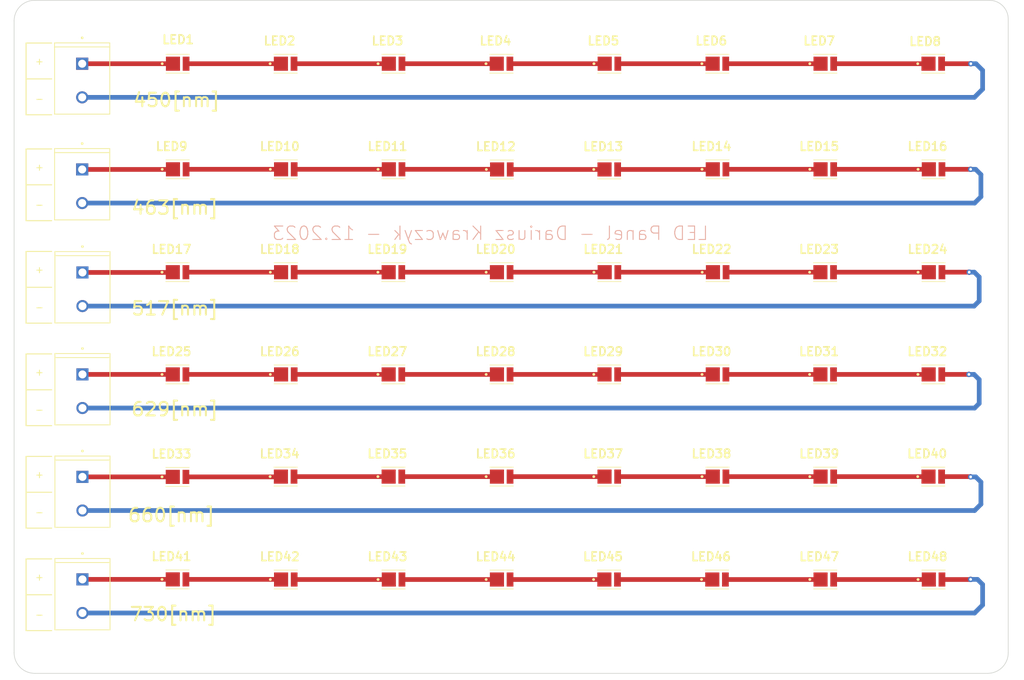
<source format=kicad_pcb>
(kicad_pcb (version 20221018) (generator pcbnew)
  (layers (0 "F.Cu" signal) (31 "B.Cu" power) (34 "B.Paste" user) (35 "F.Paste" user) (36 "B.SilkS" user "B.Silkscreen") (37 "F.SilkS" user "F.Silkscreen") (38 "B.Mask" user) (39 "F.Mask" user) (44 "Edge.Cuts" user))
  (net 0 "")
  (net 1 "LED_0 +")
  (net 2 "LED_0 -")
  (net 3 "Net-(LED1-K)")
  (net 4 "Net-(LED2-K)")
  (net 5 "Net-(LED3-K)")
  (net 6 "Net-(LED4-K)")
  (net 7 "Net-(LED5-K)")
  (net 8 "Net-(LED6-K)")
  (net 9 "Net-(LED7-K)")
  (net 10 "LED_1 +")
  (net 11 "LED_1 -")
  (net 12 "LED_2 +")
  (net 13 "LED_2 -")
  (net 14 "LED_3 +")
  (net 15 "LED_3 -")
  (net 16 "LED_4 +")
  (net 17 "LED_4 -")
  (net 18 "LED_5 +")
  (net 19 "LED_5 -")
  (net 20 "Net-(LED10-A)")
  (net 21 "Net-(LED10-K)")
  (net 22 "Net-(LED11-K)")
  (net 23 "Net-(LED12-K)")
  (net 24 "Net-(LED13-K)")
  (net 25 "Net-(LED14-K)")
  (net 26 "Net-(LED15-K)")
  (net 27 "Net-(LED17-K)")
  (net 28 "Net-(LED18-K)")
  (net 29 "Net-(LED19-K)")
  (net 30 "Net-(LED20-K)")
  (net 31 "Net-(LED21-K)")
  (net 32 "Net-(LED22-K)")
  (net 33 "Net-(LED23-K)")
  (net 34 "Net-(LED25-K)")
  (net 35 "Net-(LED26-K)")
  (net 36 "Net-(LED27-K)")
  (net 37 "Net-(LED28-K)")
  (net 38 "Net-(LED29-K)")
  (net 39 "Net-(LED30-K)")
  (net 40 "Net-(LED31-K)")
  (net 41 "Net-(LED33-K)")
  (net 42 "Net-(LED34-K)")
  (net 43 "Net-(LED35-K)")
  (net 44 "Net-(LED36-K)")
  (net 45 "Net-(LED37-K)")
  (net 46 "Net-(LED38-K)")
  (net 47 "Net-(LED39-K)")
  (net 48 "Net-(LED41-K)")
  (net 49 "Net-(LED42-K)")
  (net 50 "Net-(LED43-K)")
  (net 51 "Net-(LED44-K)")
  (net 52 "Net-(LED45-K)")
  (net 53 "Net-(LED46-K)")
  (net 54 "Net-(LED47-K)")
  (footprint "150283DS73103:150283DS73103" (layer "F.Cu") (at 114.975 76.2)
    (fp_text reference "LED28" (at -0.2 -3.4) (layer "F.SilkS") (effects (font (size 1.27 1.27) (thickness 0.254))))
    (fp_text value "150283DS73103" hide)
    (pad "1" smd rect (at 0 0) (size 2.1 2.1) (layers "F.Cu" "F.Paste" "F.Mask") (net 36 "Net-(LED27-K)"))
    (pad "2" smd rect (at 1.95 0) (size 1 2.1) (layers "F.Cu" "F.Paste" "F.Mask") (net 37 "Net-(LED28-K)"))
  )
  (footprint "150283DS73103:150283DS73103" (layer "F.Cu") (at 66.775 91.44)
    (fp_text reference "LED33" (at -0.2 -3.4) (layer "F.SilkS") (effects (font (size 1.27 1.27) (thickness 0.254))))
    (fp_text value "150283DS73103" hide)
    (pad "1" smd rect (at 0 0) (size 2.1 2.1) (layers "F.Cu" "F.Paste" "F.Mask") (net 16 "LED_4 +"))
    (pad "2" smd rect (at 1.95 0) (size 1 2.1) (layers "F.Cu" "F.Paste" "F.Mask") (net 41 "Net-(LED33-K)"))
  )
  (footprint "150283DS73103:150283DS73103" (layer "F.Cu") (at 66.775 61)
    (fp_text reference "LED17" (at -0.2 -3.4) (layer "F.SilkS") (effects (font (size 1.27 1.27) (thickness 0.254))))
    (fp_text value "150283DS73103" hide)
    (pad "1" smd rect (at 0 0) (size 2.1 2.1) (layers "F.Cu" "F.Paste" "F.Mask") (net 12 "LED_2 +"))
    (pad "2" smd rect (at 1.95 0) (size 1 2.1) (layers "F.Cu" "F.Paste" "F.Mask") (net 27 "Net-(LED17-K)"))
  )
  (footprint "150283DS73103:150283DS73103" (layer "F.Cu") (at 82.875 106.7)
    (fp_text reference "LED42" (at -0.2 -3.4) (layer "F.SilkS") (effects (font (size 1.27 1.27) (thickness 0.254))))
    (fp_text value "150283DS73103" hide)
    (pad "1" smd rect (at 0 0) (size 2.1 2.1) (layers "F.Cu" "F.Paste" "F.Mask") (net 48 "Net-(LED41-K)"))
    (pad "2" smd rect (at 1.95 0) (size 1 2.1) (layers "F.Cu" "F.Paste" "F.Mask") (net 49 "Net-(LED42-K)"))
  )
  (footprint "150283DS73103:150283DS73103" (layer "F.Cu") (at 82.875 76.2)
    (fp_text reference "LED26" (at -0.2 -3.4) (layer "F.SilkS") (effects (font (size 1.27 1.27) (thickness 0.254))))
    (fp_text value "150283DS73103" hide)
    (pad "1" smd rect (at 0 0) (size 2.1 2.1) (layers "F.Cu" "F.Paste" "F.Mask") (net 34 "Net-(LED25-K)"))
    (pad "2" smd rect (at 1.95 0) (size 1 2.1) (layers "F.Cu" "F.Paste" "F.Mask") (net 35 "Net-(LED26-K)"))
  )
  (footprint "282836_2:TE_282836-2" (layer "F.Cu") (at 53.3 32.5 -90)
    (fp_text reference "J1" hide)
    (fp_text value "282836-2")
    (pad "1" thru_hole rect (at -2.5 0 270) (size 1.8 1.8) (drill 1.2) (layers "*.Cu" "*.Mask") (net 1 "LED_0 +"))
    (pad "2" thru_hole circle (at 2.5 0 270) (size 1.8 1.8) (drill 1.2) (layers "*.Cu" "*.Mask") (net 2 "LED_0 -"))
  )
  (footprint "150283DS73103:150283DS73103" (layer "F.Cu") (at 179.2 61)
    (fp_text reference "LED24" (at -0.2 -3.4) (layer "F.SilkS") (effects (font (size 1.27 1.27) (thickness 0.254))))
    (fp_text value "150283DS73103" hide)
    (pad "1" smd rect (at 0 0) (size 2.1 2.1) (layers "F.Cu" "F.Paste" "F.Mask") (net 33 "Net-(LED23-K)"))
    (pad "2" smd rect (at 1.95 0) (size 1 2.1) (layers "F.Cu" "F.Paste" "F.Mask") (net 13 "LED_2 -"))
  )
  (footprint "150283DS73103:150283DS73103" (layer "F.Cu") (at 179.15 30)
    (fp_text reference "LED8" (at -0.5 -3.31) (layer "F.SilkS") (effects (font (size 1.27 1.27) (thickness 0.254))))
    (fp_text value "150283DS73103" hide)
    (pad "1" smd rect (at 0 0) (size 2.1 2.1) (layers "F.Cu" "F.Paste" "F.Mask") (net 9 "Net-(LED7-K)"))
    (pad "2" smd rect (at 1.95 0) (size 1 2.1) (layers "F.Cu" "F.Paste" "F.Mask") (net 2 "LED_0 -"))
  )
  (footprint "MountingHole:MountingHole_2.2mm_M2" (layer "F.Cu") (at 187.96 117.602)
    (fp_text reference "H3" hide)
    (fp_text value "MountingHole")
    (pad "" np_thru_hole circle (at 0 0) (size 2.2 2.2) (drill 2.2) (layers "*.Cu" "*.Mask"))
  )
  (footprint "150283DS73103:150283DS73103" (layer "F.Cu") (at 179.15 91.4)
    (fp_text reference "LED40" (at -0.2 -3.4) (layer "F.SilkS") (effects (font (size 1.27 1.27) (thickness 0.254))))
    (fp_text value "150283DS73103" hide)
    (pad "1" smd rect (at 0 0) (size 2.1 2.1) (layers "F.Cu" "F.Paste" "F.Mask") (net 47 "Net-(LED39-K)"))
    (pad "2" smd rect (at 1.95 0) (size 1 2.1) (layers "F.Cu" "F.Paste" "F.Mask") (net 17 "LED_4 -"))
  )
  (footprint "150283DS73103:150283DS73103" (layer "F.Cu") (at 114.975 61)
    (fp_text reference "LED20" (at -0.2 -3.4) (layer "F.SilkS") (effects (font (size 1.27 1.27) (thickness 0.254))))
    (fp_text value "150283DS73103" hide)
    (pad "1" smd rect (at 0 0) (size 2.1 2.1) (layers "F.Cu" "F.Paste" "F.Mask") (net 29 "Net-(LED19-K)"))
    (pad "2" smd rect (at 1.95 0) (size 1 2.1) (layers "F.Cu" "F.Paste" "F.Mask") (net 30 "Net-(LED20-K)"))
  )
  (footprint "150283DS73103:150283DS73103" (layer "F.Cu") (at 147.1 61)
    (fp_text reference "LED22" (at -0.2 -3.4) (layer "F.SilkS") (effects (font (size 1.27 1.27) (thickness 0.254))))
    (fp_text value "150283DS73103" hide)
    (pad "1" smd rect (at 0 0) (size 2.1 2.1) (layers "F.Cu" "F.Paste" "F.Mask") (net 31 "Net-(LED21-K)"))
    (pad "2" smd rect (at 1.95 0) (size 1 2.1) (layers "F.Cu" "F.Paste" "F.Mask") (net 32 "Net-(LED22-K)"))
  )
  (footprint "150283DS73103:150283DS73103" (layer "F.Cu") (at 98.875 91.4)
    (fp_text reference "LED35" (at -0.2 -3.4) (layer "F.SilkS") (effects (font (size 1.27 1.27) (thickness 0.254))))
    (fp_text value "150283DS73103" hide)
    (pad "1" smd rect (at 0 0) (size 2.1 2.1) (layers "F.Cu" "F.Paste" "F.Mask") (net 42 "Net-(LED34-K)"))
    (pad "2" smd rect (at 1.95 0) (size 1 2.1) (layers "F.Cu" "F.Paste" "F.Mask") (net 43 "Net-(LED35-K)"))
  )
  (footprint "150283DS73103:150283DS73103" (layer "F.Cu") (at 179.175 76.2)
    (fp_text reference "LED32" (at -0.2 -3.4) (layer "F.SilkS") (effects (font (size 1.27 1.27) (thickness 0.254))))
    (fp_text value "150283DS73103" hide)
    (pad "1" smd rect (at 0 0) (size 2.1 2.1) (layers "F.Cu" "F.Paste" "F.Mask") (net 40 "Net-(LED31-K)"))
    (pad "2" smd rect (at 1.95 0) (size 1 2.1) (layers "F.Cu" "F.Paste" "F.Mask") (net 15 "LED_3 -"))
  )
  (footprint "150283DS73103:150283DS73103" (layer "F.Cu") (at 147 106.7)
    (fp_text reference "LED46" (at -0.2 -3.4) (layer "F.SilkS") (effects (font (size 1.27 1.27) (thickness 0.254))))
    (fp_text value "150283DS73103" hide)
    (pad "1" smd rect (at 0 0) (size 2.1 2.1) (layers "F.Cu" "F.Paste" "F.Mask") (net 52 "Net-(LED45-K)"))
    (pad "2" smd rect (at 1.95 0) (size 1 2.1) (layers "F.Cu" "F.Paste" "F.Mask") (net 53 "Net-(LED46-K)"))
  )
  (footprint "282836_2:TE_282836-2" (layer "F.Cu") (at 53.34 93.94 -90)
    (fp_text reference "J5" hide)
    (fp_text value "282836-2")
    (pad "1" thru_hole rect (at -2.5 0 270) (size 1.8 1.8) (drill 1.2) (layers "*.Cu" "*.Mask") (net 16 "LED_4 +"))
    (pad "2" thru_hole circle (at 2.5 0 270) (size 1.8 1.8) (drill 1.2) (layers "*.Cu" "*.Mask") (net 17 "LED_4 -"))
  )
  (footprint "150283DS73103:150283DS73103" (layer "F.Cu") (at 163.1 45.7)
    (fp_text reference "LED15" (at -0.2 -3.4) (layer "F.SilkS") (effects (font (size 1.27 1.27) (thickness 0.254))))
    (fp_text value "150283DS73103" hide)
    (pad "1" smd rect (at 0 0) (size 2.1 2.1) (layers "F.Cu" "F.Paste" "F.Mask") (net 25 "Net-(LED14-K)"))
    (pad "2" smd rect (at 1.95 0) (size 1 2.1) (layers "F.Cu" "F.Paste" "F.Mask") (net 26 "Net-(LED15-K)"))
  )
  (footprint "282836_2:TE_282836-2" (layer "F.Cu") (at 53.34 63.54 -90)
    (fp_text reference "J3" hide)
    (fp_text value "282836-2")
    (pad "1" thru_hole rect (at -2.5 0 270) (size 1.8 1.8) (drill 1.2) (layers "*.Cu" "*.Mask") (net 12 "LED_2 +"))
    (pad "2" thru_hole circle (at 2.5 0 270) (size 1.8 1.8) (drill 1.2) (layers "*.Cu" "*.Mask") (net 13 "LED_2 -"))
  )
  (footprint "150283DS73103:150283DS73103" (layer "F.Cu") (at 66.775 76.2)
    (fp_text reference "LED25" (at -0.2 -3.4) (layer "F.SilkS") (effects (font (size 1.27 1.27) (thickness 0.254))))
    (fp_text value "150283DS73103" hide)
    (pad "1" smd rect (at 0 0) (size 2.1 2.1) (layers "F.Cu" "F.Paste" "F.Mask") (net 14 "LED_3 +"))
    (pad "2" smd rect (at 1.95 0) (size 1 2.1) (layers "F.Cu" "F.Paste" "F.Mask") (net 34 "Net-(LED25-K)"))
  )
  (footprint "150283DS73103:150283DS73103" (layer "F.Cu") (at 163.1 30)
    (fp_text reference "LED7" (at -0.2 -3.4) (layer "F.SilkS") (effects (font (size 1.27 1.27) (thickness 0.254))))
    (fp_text value "150283DS73103" hide)
    (pad "1" smd rect (at 0 0) (size 2.1 2.1) (layers "F.Cu" "F.Paste" "F.Mask") (net 8 "Net-(LED6-K)"))
    (pad "2" smd rect (at 1.95 0) (size 1 2.1) (layers "F.Cu" "F.Paste" "F.Mask") (net 9 "Net-(LED7-K)"))
  )
  (footprint "MountingHole:MountingHole_2.2mm_M2" (layer "F.Cu") (at 46.228 117.602)
    (fp_text reference "H4" hide)
    (fp_text value "MountingHole")
    (pad "" np_thru_hole circle (at 0 0) (size 2.2 2.2) (drill 2.2) (layers "*.Cu" "*.Mask"))
  )
  (footprint "150283DS73103:150283DS73103" (layer "F.Cu") (at 130.975 76.2)
    (fp_text reference "LED29" (at -0.2 -3.4) (layer "F.SilkS") (effects (font (size 1.27 1.27) (thickness 0.254))))
    (fp_text value "150283DS73103" hide)
    (pad "1" smd rect (at 0 0) (size 2.1 2.1) (layers "F.Cu" "F.Paste" "F.Mask") (net 37 "Net-(LED28-K)"))
    (pad "2" smd rect (at 1.95 0) (size 1 2.1) (layers "F.Cu" "F.Paste" "F.Mask") (net 38 "Net-(LED29-K)"))
  )
  (footprint "150283DS73103:150283DS73103" (layer "F.Cu") (at 163.1 91.4)
    (fp_text reference "LED39" (at -0.2 -3.4) (layer "F.SilkS") (effects (font (size 1.27 1.27) (thickness 0.254))))
    (fp_text value "150283DS73103" hide)
    (pad "1" smd rect (at 0 0) (size 2.1 2.1) (layers "F.Cu" "F.Paste" "F.Mask") (net 46 "Net-(LED38-K)"))
    (pad "2" smd rect (at 1.95 0) (size 1 2.1) (layers "F.Cu" "F.Paste" "F.Mask") (net 47 "Net-(LED39-K)"))
  )
  (footprint "150283DS73103:150283DS73103" (layer "F.Cu") (at 130.975 91.4)
    (fp_text reference "LED37" (at -0.2 -3.4) (layer "F.SilkS") (effects (font (size 1.27 1.27) (thickness 0.254))))
    (fp_text value "150283DS73103" hide)
    (pad "1" smd rect (at 0 0) (size 2.1 2.1) (layers "F.Cu" "F.Paste" "F.Mask") (net 44 "Net-(LED36-K)"))
    (pad "2" smd rect (at 1.95 0) (size 1 2.1) (layers "F.Cu" "F.Paste" "F.Mask") (net 45 "Net-(LED37-K)"))
  )
  (footprint "150283DS73103:150283DS73103" (layer "F.Cu") (at 131 30)
    (fp_text reference "LED5" (at -0.2 -3.4) (layer "F.SilkS") (effects (font (size 1.27 1.27) (thickness 0.254))))
    (fp_text value "150283DS73103" hide)
    (pad "1" smd rect (at 0 0) (size 2.1 2.1) (layers "F.Cu" "F.Paste" "F.Mask") (net 6 "Net-(LED4-K)"))
    (pad "2" smd rect (at 1.95 0) (size 1 2.1) (layers "F.Cu" "F.Paste" "F.Mask") (net 7 "Net-(LED5-K)"))
  )
  (footprint "150283DS73103:150283DS73103" (layer "F.Cu") (at 163.1 106.7)
    (fp_text reference "LED47" (at -0.2 -3.4) (layer "F.SilkS") (effects (font (size 1.27 1.27) (thickness 0.254))))
    (fp_text value "150283DS73103" hide)
    (pad "1" smd rect (at 0 0) (size 2.1 2.1) (layers "F.Cu" "F.Paste" "F.Mask") (net 53 "Net-(LED46-K)"))
    (pad "2" smd rect (at 1.95 0) (size 1 2.1) (layers "F.Cu" "F.Paste" "F.Mask") (net 54 "Net-(LED47-K)"))
  )
  (footprint "150283DS73103:150283DS73103" (layer "F.Cu") (at 114.975 106.7)
    (fp_text reference "LED44" (at -0.2 -3.4) (layer "F.SilkS") (effects (font (size 1.27 1.27) (thickness 0.254))))
    (fp_text value "150283DS73103" hide)
    (pad "1" smd rect (at 0 0) (size 2.1 2.1) (layers "F.Cu" "F.Paste" "F.Mask") (net 50 "Net-(LED43-K)"))
    (pad "2" smd rect (at 1.95 0) (size 1 2.1) (layers "F.Cu" "F.Paste" "F.Mask") (net 51 "Net-(LED44-K)"))
  )
  (footprint "150283DS73103:150283DS73103" (layer "F.Cu") (at 147.075 76.2)
    (fp_text reference "LED30" (at -0.2 -3.4) (layer "F.SilkS") (effects (font (size 1.27 1.27) (thickness 0.254))))
    (fp_text value "150283DS73103" hide)
    (pad "1" smd rect (at 0 0) (size 2.1 2.1) (layers "F.Cu" "F.Paste" "F.Mask") (net 38 "Net-(LED29-K)"))
    (pad "2" smd rect (at 1.95 0) (size 1 2.1) (layers "F.Cu" "F.Paste" "F.Mask") (net 39 "Net-(LED30-K)"))
  )
  (footprint "150283DS73103:150283DS73103" (layer "F.Cu") (at 179.2 45.7)
    (fp_text reference "LED16" (at -0.2 -3.4) (layer "F.SilkS") (effects (font (size 1.27 1.27) (thickness 0.254))))
    (fp_text value "150283DS73103" hide)
    (pad "1" smd rect (at 0 0) (size 2.1 2.1) (layers "F.Cu" "F.Paste" "F.Mask") (net 26 "Net-(LED15-K)"))
    (pad "2" smd rect (at 1.95 0) (size 1 2.1) (layers "F.Cu" "F.Paste" "F.Mask") (net 11 "LED_1 -"))
  )
  (footprint "150283DS73103:150283DS73103" (layer "F.Cu") (at 82.85 91.4)
    (fp_text reference "LED34" (at -0.2 -3.4) (layer "F.SilkS") (effects (font (size 1.27 1.27) (thickness 0.254))))
    (fp_text value "150283DS73103" hide)
    (pad "1" smd rect (at 0 0) (size 2.1 2.1) (layers "F.Cu" "F.Paste" "F.Mask") (net 41 "Net-(LED33-K)"))
    (pad "2" smd rect (at 1.95 0) (size 1 2.1) (layers "F.Cu" "F.Paste" "F.Mask") (net 42 "Net-(LED34-K)"))
  )
  (footprint "150283DS73103:150283DS73103" (layer "F.Cu") (at 66.8 45.7)
    (fp_text reference "LED9" (at -0.2 -3.4) (layer "F.SilkS") (effects (font (size 1.27 1.27) (thickness 0.254))))
    (fp_text value "150283DS73103" hide)
    (pad "1" smd rect (at 0 0) (size 2.1 2.1) (layers "F.Cu" "F.Paste" "F.Mask") (net 10 "LED_1 +"))
    (pad "2" smd rect (at 1.95 0) (size 1 2.1) (layers "F.Cu" "F.Paste" "F.Mask") (net 20 "Net-(LED10-A)"))
  )
  (footprint "150283DS73103:150283DS73103" (layer "F.Cu") (at 98.875 76.2)
    (fp_text reference "LED27" (at -0.2 -3.4) (layer "F.SilkS") (effects (font (size 1.27 1.27) (thickness 0.254))))
    (fp_text value "150283DS73103" hide)
    (pad "1" smd rect (at 0 0) (size 2.1 2.1) (layers "F.Cu" "F.Paste" "F.Mask") (net 35 "Net-(LED26-K)"))
    (pad "2" smd rect (at 1.95 0) (size 1 2.1) (layers "F.Cu" "F.Paste" "F.Mask") (net 36 "Net-(LED27-K)"))
  )
  (footprint "150283DS73103:150283DS73103" (layer "F.Cu") (at 131 61)
    (fp_text reference "LED21" (at -0.2 -3.4) (layer "F.SilkS") (effects (font (size 1.27 1.27) (thickness 0.254))))
    (fp_text value "150283DS73103" hide)
    (pad "1" smd rect (at 0 0) (size 2.1 2.1) (layers "F.Cu" "F.Paste" "F.Mask") (net 30 "Net-(LED20-K)"))
    (pad "2" smd rect (at 1.95 0) (size 1 2.1) (layers "F.Cu" "F.Paste" "F.Mask") (net 31 "Net-(LED21-K)"))
  )
  (footprint "150283DS73103:150283DS73103" (layer "F.Cu") (at 147.075 91.4)
    (fp_text reference "LED38" (at -0.2 -3.4) (layer "F.SilkS") (effects (font (size 1.27 1.27) (thickness 0.254))))
    (fp_text value "150283DS73103" hide)
    (pad "1" smd rect (at 0 0) (size 2.1 2.1) (layers "F.Cu" "F.Paste" "F.Mask") (net 45 "Net-(LED37-K)"))
    (pad "2" smd rect (at 1.95 0) (size 1 2.1) (layers "F.Cu" "F.Paste" "F.Mask") (net 46 "Net-(LED38-K)"))
  )
  (footprint "150283DS73103:150283DS73103" (layer "F.Cu") (at 163.075 76.2)
    (fp_text reference "LED31" (at -0.2 -3.4) (layer "F.SilkS") (effects (font (size 1.27 1.27) (thickness 0.254))))
    (fp_text value "150283DS73103" hide)
    (pad "1" smd rect (at 0 0) (size 2.1 2.1) (layers "F.Cu" "F.Paste" "F.Mask") (net 39 "Net-(LED30-K)"))
    (pad "2" smd rect (at 1.95 0) (size 1 2.1) (layers "F.Cu" "F.Paste" "F.Mask") (net 40 "Net-(LED31-K)"))
  )
  (footprint "150283DS73103:150283DS73103" (layer "F.Cu") (at 147.075 45.7)
    (fp_text reference "LED14" (at -0.2 -3.4) (layer "F.SilkS") (effects (font (size 1.27 1.27) (thickness 0.254))))
    (fp_text value "150283DS73103" hide)
    (pad "1" smd rect (at 0 0) (size 2.1 2.1) (layers "F.Cu" "F.Paste" "F.Mask") (net 24 "Net-(LED13-K)"))
    (pad "2" smd rect (at 1.95 0) (size 1 2.1) (layers "F.Cu" "F.Paste" "F.Mask") (net 25 "Net-(LED14-K)"))
  )
  (footprint "150283DS73103:150283DS73103" (layer "F.Cu") (at 130.95 106.7)
    (fp_text reference "LED45" (at -0.2 -3.4) (layer "F.SilkS") (effects (font (size 1.27 1.27) (thickness 0.254))))
    (fp_text value "150283DS73103" hide)
    (pad "1" smd rect (at 0 0) (size 2.1 2.1) (layers "F.Cu" "F.Paste" "F.Mask") (net 51 "Net-(LED44-K)"))
    (pad "2" smd rect (at 1.95 0) (size 1 2.1) (layers "F.Cu" "F.Paste" "F.Mask") (net 52 "Net-(LED45-K)"))
  )
  (footprint "MountingHole:MountingHole_2.2mm_M2" (layer "F.Cu") (at 46.228 23.622)
    (fp_text reference "H1" hide)
    (fp_text value "MountingHole")
    (pad "" np_thru_hole circle (at 0 0) (size 2.2 2.2) (drill 2.2) (layers "*.Cu" "*.Mask"))
  )
  (footprint "282836_2:TE_282836-2" (layer "F.Cu") (at 53.34 109.18 -90)
    (fp_text reference "J6" hide)
    (fp_text value "282836-2")
    (pad "1" thru_hole rect (at -2.5 0 270) (size 1.8 1.8) (drill 1.2) (layers "*.Cu" "*.Mask") (net 18 "LED_5 +"))
    (pad "2" thru_hole circle (at 2.5 0 270) (size 1.8 1.8) (drill 1.2) (layers "*.Cu" "*.Mask") (net 19 "LED_5 -"))
  )
  (footprint "150283DS73103:150283DS73103" (layer "F.Cu") (at 98.9 106.7)
    (fp_text reference "LED43" (at -0.2 -3.4) (layer "F.SilkS") (effects (font (size 1.27 1.27) (thickness 0.254))))
    (fp_text value "150283DS73103" hide)
    (pad "1" smd rect (at 0 0) (size 2.1 2.1) (layers "F.Cu" "F.Paste" "F.Mask") (net 49 "Net-(LED42-K)"))
    (pad "2" smd rect (at 1.95 0) (size 1 2.1) (layers "F.Cu" "F.Paste" "F.Mask") (net 50 "Net-(LED43-K)"))
  )
  (footprint "150283DS73103:150283DS73103" (layer "F.Cu") (at 114.975 91.4)
    (fp_text reference "LED36" (at -0.2 -3.4) (layer "F.SilkS") (effects (font (size 1.27 1.27) (thickness 0.254))))
    (fp_text value "150283DS73103" hide)
    (pad "1" smd rect (at 0 0) (size 2.1 2.1) (layers "F.Cu" "F.Paste" "F.Mask") (net 43 "Net-(LED35-K)"))
    (pad "2" smd rect (at 1.95 0) (size 1 2.1) (layers "F.Cu" "F.Paste" "F.Mask") (net 44 "Net-(LED36-K)"))
  )
  (footprint "150283DS73103:150283DS73103" (layer "F.Cu") (at 130.975 45.72)
    (fp_text reference "LED13" (at -0.2 -3.4) (layer "F.SilkS") (effects (font (size 1.27 1.27) (thickness 0.254))))
    (fp_text value "150283DS73103" hide)
    (pad "1" smd rect (at 0 0) (size 2.1 2.1) (layers "F.Cu" "F.Paste" "F.Mask") (net 23 "Net-(LED12-K)"))
    (pad "2" smd rect (at 1.95 0) (size 1 2.1) (layers "F.Cu" "F.Paste" "F.Mask") (net 24 "Net-(LED13-K)"))
  )
  (footprint "150283DS73103:150283DS73103" (layer "F.Cu") (at 82.875 45.7)
    (fp_text reference "LED10" (at -0.2 -3.4) (layer "F.SilkS") (effects (font (size 1.27 1.27) (thickness 0.254))))
    (fp_text value "150283DS73103" hide)
    (pad "1" smd rect (at 0 0) (size 2.1 2.1) (layers "F.Cu" "F.Paste" "F.Mask") (net 20 "Net-(LED10-A)"))
    (pad "2" smd rect (at 1.95 0) (size 1 2.1) (layers "F.Cu" "F.Paste" "F.Mask") (net 21 "Net-(LED10-K)"))
  )
  (footprint "MountingHole:MountingHole_2.2mm_M2" (layer "F.Cu") (at 188.214 23.368)
    (fp_text reference "H2" hide)
    (fp_text value "MountingHole")
    (pad "" np_thru_hole circle (at 0 0) (size 2.2 2.2) (drill 2.2) (layers "*.Cu" "*.Mask"))
  )
  (footprint "282836_2:TE_282836-2" (layer "F.Cu") (at 53.34 78.7 -90)
    (fp_text reference "J4" hide)
    (fp_text value "282836-2")
    (pad "1" thru_hole rect (at -2.5 0 270) (size 1.8 1.8) (drill 1.2) (layers "*.Cu" "*.Mask") (net 14 "LED_3 +"))
    (pad "2" thru_hole circle (at 2.5 0 270) (size 1.8 1.8) (drill 1.2) (layers "*.Cu" "*.Mask") (net 15 "LED_3 -"))
  )
  (footprint "150283DS73103:150283DS73103" (layer "F.Cu") (at 98.9 45.7)
    (fp_text reference "LED11" (at -0.2 -3.4) (layer "F.SilkS") (effects (font (size 1.27 1.27) (thickness 0.254))))
    (fp_text value "150283DS73103" hide)
    (pad "1" smd rect (at 0 0) (size 2.1 2.1) (layers "F.Cu" "F.Paste" "F.Mask") (net 21 "Net-(LED10-K)"))
    (pad "2" smd rect (at 1.95 0) (size 1 2.1) (layers "F.Cu" "F.Paste" "F.Mask") (net 22 "Net-(LED11-K)"))
  )
  (footprint "150283DS73103:150283DS73103" (layer "F.Cu") (at 115 45.72)
    (fp_text reference "LED12" (at -0.2 -3.4) (layer "F.SilkS") (effects (font (size 1.27 1.27) (thickness 0.254))))
    (fp_text value "150283DS73103" hide)
    (pad "1" smd rect (at 0 0) (size 2.1 2.1) (layers "F.Cu" "F.Paste" "F.Mask") (net 22 "Net-(LED11-K)"))
    (pad "2" smd rect (at 1.95 0) (size 1 2.1) (layers "F.Cu" "F.Paste" "F.Mask") (net 23 "Net-(LED12-K)"))
  )
  (footprint "150283DS73103:150283DS73103" (layer "F.Cu") (at 98.9 30)
    (fp_text reference "LED3" (at -0.2 -3.4) (layer "F.SilkS") (effects (font (size 1.27 1.27) (thickness 0.254))))
    (fp_text value "150283DS73103" hide)
    (pad "1" smd rect (at 0 0) (size 2.1 2.1) (layers "F.Cu" "F.Paste" "F.Mask") (net 4 "Net-(LED2-K)"))
    (pad "2" smd rect (at 1.95 0) (size 1 2.1) (layers "F.Cu" "F.Paste" "F.Mask") (net 5 "Net-(LED3-K)"))
  )
  (footprint "282836_2:TE_282836-2" (layer "F.Cu") (at 53.3 48.22 -90)
    (fp_text reference "J2" hide)
    (fp_text value "282836-2")
    (pad "1" thru_hole rect (at -2.5 0 270) (size 1.8 1.8) (drill 1.2) (layers "*.Cu" "*.Mask") (net 10 "LED_1 +"))
    (pad "2" thru_hole circle (at 2.5 0 270) (size 1.8 1.8) (drill 1.2) (layers "*.Cu" "*.Mask") (net 11 "LED_1 -"))
  )
  (footprint "150283DS73103:150283DS73103" (layer "F.Cu") (at 147.05 30)
    (fp_text reference "LED6" (at -0.2 -3.4) (layer "F.SilkS") (effects (font (size 1.27 1.27) (thickness 0.254))))
    (fp_text value "150283DS73103" hide)
    (pad "1" smd rect (at 0 0) (size 2.1 2.1) (layers "F.Cu" "F.Paste" "F.Mask") (net 7 "Net-(LED5-K)"))
    (pad "2" smd rect (at 1.95 0) (size 1 2.1) (layers "F.Cu" "F.Paste" "F.Mask") (net 8 "Net-(LED6-K)"))
  )
  (footprint "150283DS73103:150283DS73103" (layer "F.Cu") (at 66.8 30)
    (fp_text reference "LED1" (at 0.764 -3.584) (layer "F.SilkS") (effects (font (size 1.27 1.27) (thickness 0.254))))
    (fp_text value "150283DS73103" hide)
    (pad "1" smd rect (at 0 0) (size 2.1 2.1) (layers "F.Cu" "F.Paste" "F.Mask") (net 1 "LED_0 +"))
    (pad "2" smd rect (at 1.95 0) (size 1 2.1) (layers "F.Cu" "F.Paste" "F.Mask") (net 3 "Net-(LED1-K)"))
  )
  (footprint "150283DS73103:150283DS73103" (layer "F.Cu") (at 66.775 106.68)
    (fp_text reference "LED41" (at -0.2 -3.4) (layer "F.SilkS") (effects (font (size 1.27 1.27) (thickness 0.254))))
    (fp_text value "150283DS73103" hide)
    (pad "1" smd rect (at 0 0) (size 2.1 2.1) (layers "F.Cu" "F.Paste" "F.Mask") (net 18 "LED_5 +"))
    (pad "2" smd rect (at 1.95 0) (size 1 2.1) (layers "F.Cu" "F.Paste" "F.Mask") (net 48 "Net-(LED41-K)"))
  )
  (footprint "150283DS73103:150283DS73103" (layer "F.Cu") (at 114.95 30)
    (fp_text reference "LED4" (at -0.2 -3.4) (layer "F.SilkS") (effects (font (size 1.27 1.27) (thickness 0.254))))
    (fp_text value "150283DS73103" hide)
    (pad "1" smd rect (at 0 0) (size 2.1 2.1) (layers "F.Cu" "F.Paste" "F.Mask") (net 5 "Net-(LED3-K)"))
    (pad "2" smd rect (at 1.95 0) (size 1 2.1) (layers "F.Cu" "F.Paste" "F.Mask") (net 6 "Net-(LED4-K)"))
  )
  (footprint "150283DS73103:150283DS73103" (layer "F.Cu") (at 163.075 61)
    (fp_text reference "LED23" (at -0.2 -3.4) (layer "F.SilkS") (effects (font (size 1.27 1.27) (thickness 0.254))))
    (fp_text value "150283DS73103" hide)
    (pad "1" smd rect (at 0 0) (size 2.1 2.1) (layers "F.Cu" "F.Paste" "F.Mask") (net 32 "Net-(LED22-K)"))
    (pad "2" smd rect (at 1.95 0) (size 1 2.1) (layers "F.Cu" "F.Paste" "F.Mask") (net 33 "Net-(LED23-K)"))
  )
  (footprint "150283DS73103:150283DS73103" (layer "F.Cu") (at 98.875 61)
    (fp_text reference "LED19" (at -0.2 -3.4) (layer "F.SilkS") (effects (font (size 1.27 1.27) (thickness 0.254))))
    (fp_text value "150283DS73103" hide)
    (pad "1" smd rect (at 0 0) (size 2.1 2.1) (layers "F.Cu" "F.Paste" "F.Mask") (net 28 "Net-(LED18-K)"))
    (pad "2" smd rect (at 1.95 0) (size 1 2.1) (layers "F.Cu" "F.Paste" "F.Mask") (net 29 "Net-(LED19-K)"))
  )
  (footprint "150283DS73103:150283DS73103" (layer "F.Cu") (at 179.2 106.7)
    (fp_text reference "LED48" (at -0.2 -3.4) (layer "F.SilkS") (effects (font (size 1.27 1.27) (thickness 0.254))))
    (fp_text value "150283DS73103" hide)
    (pad "1" smd rect (at 0 0) (size 2.1 2.1) (layers "F.Cu" "F.Paste" "F.Mask") (net 54 "Net-(LED47-K)"))
    (pad "2" smd rect (at 1.95 0) (size 1 2.1) (layers "F.Cu" "F.Paste" "F.Mask") (net 19 "LED_5 -"))
  )
  (footprint "150283DS73103:150283DS73103" (layer "F.Cu") (at 82.875 61)
    (fp_text reference "LED18" (at -0.2 -3.4) (layer "F.SilkS") (effects (font (size 1.27 1.27) (thickness 0.254))))
    (fp_text value "150283DS73103" hide)
    (pad "1" smd rect (at 0 0) (size 2.1 2.1) (layers "F.Cu" "F.Paste" "F.Mask") (net 27 "Net-(LED17-K)"))
    (pad "2" smd rect (at 1.95 0) (size 1 2.1) (layers "F.Cu" "F.Paste" "F.Mask") (net 28 "Net-(LED18-K)"))
  )
  (footprint "150283DS73103:150283DS73103" (layer "F.Cu") (at 82.85 30)
    (fp_text reference "LED2" (at -0.2 -3.4) (layer "F.SilkS") (effects (font (size 1.27 1.27) (thickness 0.254))))
    (fp_text value "150283DS73103" hide)
    (pad "1" smd rect (at 0 0) (size 2.1 2.1) (layers "F.Cu" "F.Paste" "F.Mask") (net 3 "Net-(LED1-K)"))
    (pad "2" smd rect (at 1.95 0) (size 1 2.1) (layers "F.Cu" "F.Paste" "F.Mask") (net 4 "Net-(LED2-K)"))
  )
  (gr_line (start 48.768 83.82) (end 44.958 83.82) (stroke (width 0.15)) (layer "F.SilkS"))
  (gr_line (start 48.768 68.58) (end 44.958 68.58) (stroke (width 0.15)) (layer "F.SilkS"))
  (gr_line (start 44.958 68.58) (end 44.958 57.912) (stroke (width 0.15)) (layer "F.SilkS"))
  (gr_line (start 44.958 32.258) (end 48.768 32.258) (stroke (width 0.15)) (layer "F.SilkS"))
  (gr_line (start 44.958 48.006) (end 48.768 48.006) (stroke (width 0.15)) (layer "F.SilkS"))
  (gr_line (start 44.958 26.924) (end 48.768 26.924) (stroke (width 0.15)) (layer "F.SilkS"))
  (gr_line (start 48.768 114.3) (end 44.958 114.3) (stroke (width 0.15)) (layer "F.SilkS"))
  (gr_line (start 44.958 53.34) (end 44.958 42.672) (stroke (width 0.15)) (layer "F.SilkS"))
  (gr_line (start 44.958 114.3) (end 44.958 103.632) (stroke (width 0.15)) (layer "F.SilkS"))
  (gr_line (start 44.958 103.632) (end 48.768 103.632) (stroke (width 0.15)) (layer "F.SilkS"))
  (gr_line (start 44.958 42.672) (end 48.768 42.672) (stroke (width 0.15)) (layer "F.SilkS"))
  (gr_line (start 44.958 108.966) (end 48.768 108.966) (stroke (width 0.15)) (layer "F.SilkS"))
  (gr_line (start 44.958 37.592) (end 44.958 26.924) (stroke (width 0.15)) (layer "F.SilkS"))
  (gr_line (start 44.958 78.486) (end 48.768 78.486) (stroke (width 0.15)) (layer "F.SilkS"))
  (gr_line (start 44.958 99.06) (end 44.958 88.392) (stroke (width 0.15)) (layer "F.SilkS"))
  (gr_line (start 48.768 99.06) (end 44.958 99.06) (stroke (width 0.15)) (layer "F.SilkS"))
  (gr_line (start 48.768 53.34) (end 44.958 53.34) (stroke (width 0.15)) (layer "F.SilkS"))
  (gr_line (start 44.958 73.152) (end 48.768 73.152) (stroke (width 0.15)) (layer "F.SilkS"))
  (gr_line (start 44.958 83.82) (end 44.958 73.152) (stroke (width 0.15)) (layer "F.SilkS"))
  (gr_line (start 44.958 93.726) (end 48.768 93.726) (stroke (width 0.15)) (layer "F.SilkS"))
  (gr_line (start 44.958 88.392) (end 48.768 88.392) (stroke (width 0.15)) (layer "F.SilkS"))
  (gr_line (start 48.768 37.592) (end 44.958 37.592) (stroke (width 0.15)) (layer "F.SilkS"))
  (gr_line (start 44.958 57.912) (end 48.768 57.912) (stroke (width 0.15)) (layer "F.SilkS"))
  (gr_line (start 44.958 63.246) (end 48.768 63.246) (stroke (width 0.15)) (layer "F.SilkS"))
  (gr_line (start 43.18 117.602) (end 43.18 23.622) (stroke (width 0.1)) (layer "Edge.Cuts"))
  (gr_arc (start 43.18 23.622) (mid 44.072739 21.466739) (end 46.228 20.574) (stroke (width 0.1)) (layer "Edge.Cuts"))
  (gr_arc (start 188.214 20.574) (mid 190.189656 21.392344) (end 191.008 23.368) (stroke (width 0.1)) (layer "Edge.Cuts"))
  (gr_line (start 46.228 20.574) (end 188.214 20.574) (stroke (width 0.1)) (layer "Edge.Cuts"))
  (gr_line (start 187.96 120.65) (end 46.228 120.65) (stroke (width 0.1)) (layer "Edge.Cuts"))
  (gr_arc (start 46.228 120.65) (mid 44.072739 119.757261) (end 43.18 117.602) (stroke (width 0.1)) (layer "Edge.Cuts"))
  (gr_line (start 191.008 23.368) (end 191.008 117.602) (stroke (width 0.1)) (layer "Edge.Cuts"))
  (gr_arc (start 191.008 117.602) (mid 190.115261 119.757261) (end 187.96 120.65) (stroke (width 0.1)) (layer "Edge.Cuts"))
  (gr_text "LED Panel - Dariusz Krawczyk - 12.2023" (at 146.558 56.388) (layer "B.SilkS") (effects (font (size 2 2)) (justify left bottom mirror)))
  (gr_text "730[nm]" (at 60.198 113.03) (layer "F.SilkS") (effects (font (size 2 2) (thickness 0.3)) (justify left bottom)))
  (gr_text "660[nm]" (at 59.944 98.298) (layer "F.SilkS") (effects (font (size 2 2) (thickness 0.3)) (justify left bottom)))
  (gr_text "463[nm]" (at 60.452 52.578) (layer "F.SilkS") (effects (font (size 2 2) (thickness 0.3)) (justify left bottom)))
  (gr_text "517[nm]" (at 60.452 67.564) (layer "F.SilkS") (effects (font (size 2 2) (thickness 0.3)) (justify left bottom)))
  (gr_text "-" (at 46.228 51.562) (layer "F.SilkS") (effects (font (size 1 1)) (justify left bottom)))
  (gr_text "+" (at 46.228 30.226) (layer "F.SilkS") (effects (font (size 1 1)) (justify left bottom)))
  (gr_text "-" (at 46.228 66.802) (layer "F.SilkS") (effects (font (size 1 1)) (justify left bottom)))
  (gr_text "+" (at 46.228 45.974) (layer "F.SilkS") (effects (font (size 1 1)) (justify left bottom)))
  (gr_text "-" (at 46.228 82.042) (layer "F.SilkS") (effects (font (size 1 1)) (justify left bottom)))
  (gr_text "629[nm]" (at 60.452 82.55) (layer "F.SilkS") (effects (font (size 2 2) (thickness 0.3)) (justify left bottom)))
  (gr_text "-" (at 46.228 35.814) (layer "F.SilkS") (effects (font (size 1 1)) (justify left bottom)))
  (gr_text "-" (at 46.228 97.282) (layer "F.SilkS") (effects (font (size 1 1)) (justify left bottom)))
  (gr_text "+" (at 46.228 61.214) (layer "F.SilkS") (effects (font (size 1 1)) (justify left bottom)))
  (gr_text "+" (at 46.228 91.694) (layer "F.SilkS") (effects (font (size 1 1)) (justify left bottom)))
  (gr_text "+" (at 46.228 76.454) (layer "F.SilkS") (effects (font (size 1 1)) (justify left bottom)))
  (gr_text "450[nm]" (at 60.706 36.576) (layer "F.SilkS") (effects (font (size 2 2) (thickness 0.3)) (justify left bottom)))
  (gr_text "+" (at 46.228 106.934) (layer "F.SilkS") (effects (font (size 1 1)) (justify left bottom)))
  (gr_text "-" (at 46.228 112.522) (layer "F.SilkS") (effects (font (size 1 1)) (justify left bottom)))
  (segment (start 53.3 30) (end 66.8 30) (width 0.7) (layer "F.Cu") (net 1))
  (segment (start 185.448 30) (end 181.1 30) (width 0.7) (layer "F.Cu") (net 2))
  (via (at 185.448 30) (size 0.8) (drill 0.4) (layers "F.Cu" "B.Cu") (net 2))
  (segment (start 187.198 33.782) (end 185.98 35) (width 0.7) (layer "B.Cu") (net 2))
  (segment (start 186.21 30) (end 187.198 30.988) (width 0.7) (layer "B.Cu") (net 2))
  (segment (start 185.98 35) (end 53.3 35) (width 0.7) (layer "B.Cu") (net 2))
  (segment (start 185.448 30) (end 186.21 30) (width 0.7) (layer "B.Cu") (net 2))
  (segment (start 187.198 30.988) (end 187.198 33.782) (width 0.7) (layer "B.Cu") (net 2))
  (segment (start 68.75 30) (end 82.85 30) (width 0.7) (layer "F.Cu") (net 3))
  (segment (start 84.8 30) (end 98.9 30) (width 0.7) (layer "F.Cu") (net 4))
  (segment (start 100.85 30) (end 114.95 30) (width 0.7) (layer "F.Cu") (net 5))
  (segment (start 116.9 30) (end 131 30) (width 0.7) (layer "F.Cu") (net 6))
  (segment (start 132.95 30) (end 147.05 30) (width 0.7) (layer "F.Cu") (net 7))
  (segment (start 149 30) (end 163.1 30) (width 0.7) (layer "F.Cu") (net 8))
  (segment (start 165.05 30) (end 179.15 30) (width 0.7) (layer "F.Cu") (net 9))
  (segment (start 66.78 45.72) (end 66.8 45.7) (width 0.7) (layer "F.Cu") (net 10))
  (segment (start 53.3 45.72) (end 66.78 45.72) (width 0.7) (layer "F.Cu") (net 10))
  (segment (start 185.42 45.7) (end 181.15 45.7) (width 0.7) (layer "F.Cu") (net 11))
  (via (at 185.42 45.7) (size 0.8) (drill 0.4) (layers "F.Cu" "B.Cu") (net 11))
  (segment (start 186.162 45.7) (end 186.944 46.482) (width 0.7) (layer "B.Cu") (net 11))
  (segment (start 186.008 50.72) (end 53.3 50.72) (width 0.7) (layer "B.Cu") (net 11))
  (segment (start 186.944 49.784) (end 186.008 50.72) (width 0.7) (layer "B.Cu") (net 11))
  (segment (start 186.944 46.482) (end 186.944 49.784) (width 0.7) (layer "B.Cu") (net 11))
  (segment (start 185.42 45.7) (end 186.162 45.7) (width 0.7) (layer "B.Cu") (net 11))
  (segment (start 66.735 61.04) (end 66.775 61) (width 0.7) (layer "F.Cu") (net 12))
  (segment (start 53.34 61.04) (end 66.735 61.04) (width 0.7) (layer "F.Cu") (net 12))
  (segment (start 185.206 61) (end 181.15 61) (width 0.7) (layer "F.Cu") (net 13))
  (via (at 185.206 61) (size 0.8) (drill 0.4) (layers "F.Cu" "B.Cu") (net 13))
  (segment (start 186.69 65.278) (end 185.928 66.04) (width 0.7) (layer "B.Cu") (net 13))
  (segment (start 185.206 61) (end 185.968 61) (width 0.7) (layer "B.Cu") (net 13))
  (segment (start 185.968 61) (end 186.69 61.722) (width 0.7) (layer "B.Cu") (net 13))
  (segment (start 186.69 61.722) (end 186.69 65.278) (width 0.7) (layer "B.Cu") (net 13))
  (segment (start 185.928 66.04) (end 53.34 66.04) (width 0.7) (layer "B.Cu") (net 13))
  (segment (start 53.34 76.2) (end 66.775 76.2) (width 0.7) (layer "F.Cu") (net 14))
  (segment (start 185.166 76.2) (end 181.125 76.2) (width 0.7) (layer "F.Cu") (net 15))
  (via (at 185.166 76.2) (size 0.8) (drill 0.4) (layers "F.Cu" "B.Cu") (net 15))
  (segment (start 186.008 81.2) (end 53.34 81.2) (width 0.7) (layer "B.Cu") (net 15))
  (segment (start 185.928 76.2) (end 186.69 76.962) (width 0.7) (layer "B.Cu") (net 15))
  (segment (start 186.69 80.518) (end 186.008 81.2) (width 0.7) (layer "B.Cu") (net 15))
  (segment (start 185.166 76.2) (end 185.928 76.2) (width 0.7) (layer "B.Cu") (net 15))
  (segment (start 186.69 76.962) (end 186.69 80.518) (width 0.7) (layer "B.Cu") (net 15))
  (segment (start 53.34 91.44) (end 66.775 91.44) (width 0.7) (layer "F.Cu") (net 16))
  (segment (start 185.42 91.44) (end 185.38 91.4) (width 0.7) (layer "F.Cu") (net 17))
  (segment (start 185.38 91.4) (end 181.1 91.4) (width 0.7) (layer "F.Cu") (net 17))
  (via (at 185.42 91.44) (size 0.8) (drill 0.4) (layers "F.Cu" "B.Cu") (net 17))
  (segment (start 186.008 96.44) (end 53.34 96.44) (width 0.7) (layer "B.Cu") (net 17))
  (segment (start 185.42 91.44) (end 186.182 91.44) (width 0.7) (layer "B.Cu") (net 17))
  (segment (start 186.944 95.504) (end 186.008 96.44) (width 0.7) (layer "B.Cu") (net 17))
  (segment (start 186.182 91.44) (end 186.944 92.202) (width 0.7) (layer "B.Cu") (net 17))
  (segment (start 186.944 92.202) (end 186.944 95.504) (width 0.7) (layer "B.Cu") (net 17))
  (segment (start 53.34 106.68) (end 66.775 106.68) (width 0.7) (layer "F.Cu") (net 18))
  (segment (start 185.42 106.68) (end 185.4 106.7) (width 0.7) (layer "F.Cu") (net 19))
  (segment (start 185.4 106.7) (end 181.15 106.7) (width 0.7) (layer "F.Cu") (net 19))
  (via (at 185.42 106.68) (size 0.8) (drill 0.4) (layers "F.Cu" "B.Cu") (net 19))
  (segment (start 187.198 110.49) (end 186.008 111.68) (width 0.7) (layer "B.Cu") (net 19))
  (segment (start 185.42 106.68) (end 186.436 106.68) (width 0.7) (layer "B.Cu") (net 19))
  (segment (start 187.198 107.442) (end 187.198 110.49) (width 0.7) (layer "B.Cu") (net 19))
  (segment (start 186.436 106.68) (end 187.198 107.442) (width 0.7) (layer "B.Cu") (net 19))
  (segment (start 186.008 111.68) (end 53.34 111.68) (width 0.7) (layer "B.Cu") (net 19))
  (segment (start 68.75 45.7) (end 82.875 45.7) (width 0.7) (layer "F.Cu") (net 20))
  (segment (start 84.825 45.7) (end 98.9 45.7) (width 0.7) (layer "F.Cu") (net 21))
  (segment (start 114.98 45.7) (end 115 45.72) (width 0.7) (layer "F.Cu") (net 22))
  (segment (start 100.85 45.7) (end 114.98 45.7) (width 0.7) (layer "F.Cu") (net 22))
  (segment (start 116.95 45.72) (end 130.975 45.72) (width 0.7) (layer "F.Cu") (net 23))
  (segment (start 147.055 45.72) (end 147.075 45.7) (width 0.7) (layer "F.Cu") (net 24))
  (segment (start 132.925 45.72) (end 147.055 45.72) (width 0.7) (layer "F.Cu") (net 24))
  (segment (start 149.025 45.7) (end 163.1 45.7) (width 0.7) (layer "F.Cu") (net 25))
  (segment (start 165.05 45.7) (end 179.2 45.7) (width 0.7) (layer "F.Cu") (net 26))
  (segment (start 68.725 61) (end 82.875 61) (width 0.7) (layer "F.Cu") (net 27))
  (segment (start 84.825 61) (end 98.875 61) (width 0.7) (layer "F.Cu") (net 28))
  (segment (start 100.825 61) (end 114.975 61) (width 0.7) (layer "F.Cu") (net 29))
  (segment (start 116.925 61) (end 131 61) (width 0.7) (layer "F.Cu") (net 30))
  (segment (start 132.95 61) (end 147.1 61) (width 0.7) (layer "F.Cu") (net 31))
  (segment (start 149.05 61) (end 163.075 61) (width 0.7) (layer "F.Cu") (net 32))
  (segment (start 165.025 61) (end 179.2 61) (width 0.7) (layer "F.Cu") (net 33))
  (segment (start 68.725 76.2) (end 82.875 76.2) (width 0.7) (layer "F.Cu") (net 34))
  (segment (start 84.825 76.2) (end 98.875 76.2) (width 0.7) (layer "F.Cu") (net 35))
  (segment (start 100.825 76.2) (end 114.975 76.2) (width 0.7) (layer "F.Cu") (net 36))
  (segment (start 116.925 76.2) (end 130.975 76.2) (width 0.7) (layer "F.Cu") (net 37))
  (segment (start 132.925 76.2) (end 147.075 76.2) (width 0.7) (layer "F.Cu") (net 38))
  (segment (start 149.025 76.2) (end 163.075 76.2) (width 0.7) (layer "F.Cu") (net 39))
  (segment (start 165.025 76.2) (end 179.175 76.2) (width 0.7) (layer "F.Cu") (net 40))
  (segment (start 82.81 91.44) (end 82.85 91.4) (width 0.7) (layer "F.Cu") (net 41))
  (segment (start 68.725 91.44) (end 82.81 91.44) (width 0.7) (layer "F.Cu") (net 41))
  (segment (start 84.8 91.4) (end 98.875 91.4) (width 0.7) (layer "F.Cu") (net 42))
  (segment (start 100.825 91.4) (end 114.975 91.4) (width 0.7) (layer "F.Cu") (net 43))
  (segment (start 116.925 91.4) (end 130.975 91.4) (width 0.7) (layer "F.Cu") (net 44))
  (segment (start 132.925 91.4) (end 147.075 91.4) (width 0.7) (layer "F.Cu") (net 45))
  (segment (start 149.025 91.4) (end 163.1 91.4) (width 0.7) (layer "F.Cu") (net 46))
  (segment (start 165.05 91.4) (end 179.15 91.4) (width 0.7) (layer "F.Cu") (net 47))
  (segment (start 68.725 106.68) (end 82.155 106.68) (width 0.7) (layer "F.Cu") (net 48))
  (segment (start 82.155 106.68) (end 82.175 106.7) (width 0.7) (layer "F.Cu") (net 48))
  (segment (start 82.175 106.7) (end 82.875 106.7) (width 0.7) (layer "F.Cu") (net 48))
  (segment (start 84.825 106.7) (end 98.9 106.7) (width 0.7) (layer "F.Cu") (net 49))
  (segment (start 100.85 106.7) (end 114.975 106.7) (width 0.7) (layer "F.Cu") (net 50))
  (segment (start 116.925 106.7) (end 130.95 106.7) (width 0.7) (layer "F.Cu") (net 51))
  (segment (start 132.9 106.7) (end 147 106.7) (width 0.7) (layer "F.Cu") (net 52))
  (segment (start 148.95 106.7) (end 163.1 106.7) (width 0.7) (layer "F.Cu") (net 53))
  (segment (start 165.05 106.7) (end 179.2 106.7) (width 0.7) (layer "F.Cu") (net 54))
)
</source>
